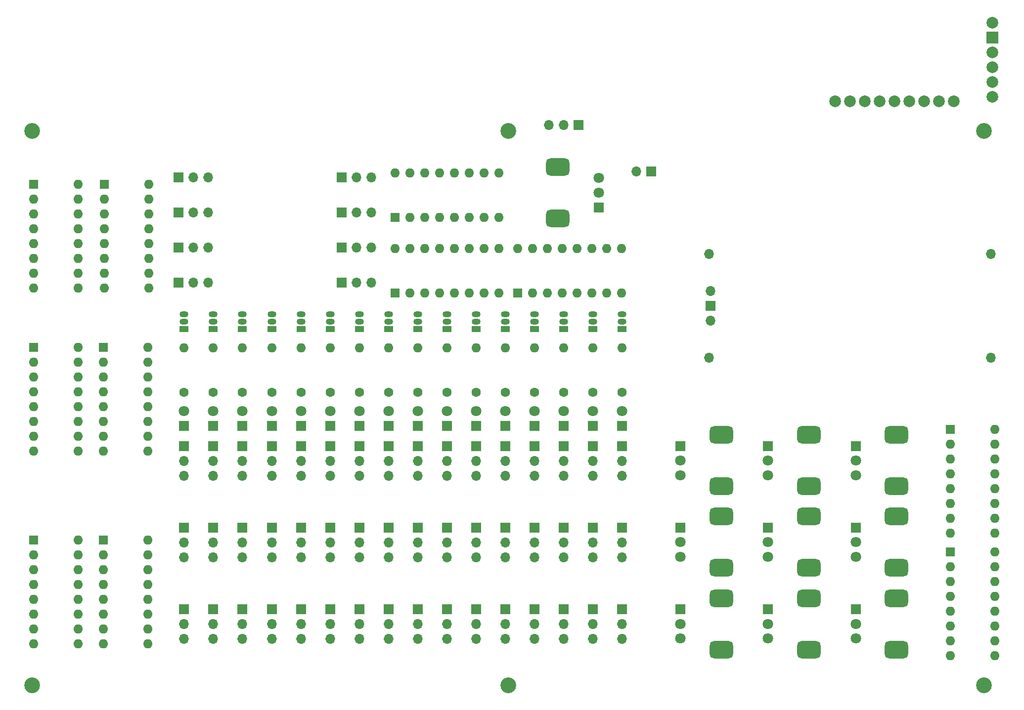
<source format=gts>
G04 #@! TF.GenerationSoftware,KiCad,Pcbnew,8.0.7*
G04 #@! TF.CreationDate,2025-03-19T21:22:19+01:00*
G04 #@! TF.ProjectId,drum_machine,6472756d-5f6d-4616-9368-696e652e6b69,rev?*
G04 #@! TF.SameCoordinates,Original*
G04 #@! TF.FileFunction,Soldermask,Top*
G04 #@! TF.FilePolarity,Negative*
%FSLAX46Y46*%
G04 Gerber Fmt 4.6, Leading zero omitted, Abs format (unit mm)*
G04 Created by KiCad (PCBNEW 8.0.7) date 2025-03-19 21:22:19*
%MOMM*%
%LPD*%
G01*
G04 APERTURE LIST*
G04 Aperture macros list*
%AMRoundRect*
0 Rectangle with rounded corners*
0 $1 Rounding radius*
0 $2 $3 $4 $5 $6 $7 $8 $9 X,Y pos of 4 corners*
0 Add a 4 corners polygon primitive as box body*
4,1,4,$2,$3,$4,$5,$6,$7,$8,$9,$2,$3,0*
0 Add four circle primitives for the rounded corners*
1,1,$1+$1,$2,$3*
1,1,$1+$1,$4,$5*
1,1,$1+$1,$6,$7*
1,1,$1+$1,$8,$9*
0 Add four rect primitives between the rounded corners*
20,1,$1+$1,$2,$3,$4,$5,0*
20,1,$1+$1,$4,$5,$6,$7,0*
20,1,$1+$1,$6,$7,$8,$9,0*
20,1,$1+$1,$8,$9,$2,$3,0*%
G04 Aperture macros list end*
%ADD10C,1.600000*%
%ADD11O,1.600000X1.600000*%
%ADD12R,1.500000X1.050000*%
%ADD13O,1.500000X1.050000*%
%ADD14R,1.800000X1.800000*%
%ADD15C,1.800000*%
%ADD16R,1.700000X1.700000*%
%ADD17O,1.700000X1.700000*%
%ADD18C,2.700000*%
%ADD19RoundRect,0.750000X-1.250000X-0.750000X1.250000X-0.750000X1.250000X0.750000X-1.250000X0.750000X0*%
%ADD20R,1.600000X1.600000*%
%ADD21RoundRect,0.750000X1.250000X0.750000X-1.250000X0.750000X-1.250000X-0.750000X1.250000X-0.750000X0*%
%ADD22C,2.000000*%
%ADD23R,2.000000X2.000000*%
G04 APERTURE END LIST*
D10*
X72000000Y-96810000D03*
D11*
X72000000Y-89190000D03*
D12*
X62000000Y-86000000D03*
D13*
X62000000Y-84730000D03*
X62000000Y-83460000D03*
D14*
X72000000Y-102540000D03*
D15*
X72000000Y-100000000D03*
D16*
X97000000Y-134000000D03*
D17*
X97000000Y-136540000D03*
X97000000Y-139080000D03*
D16*
X67000000Y-106000000D03*
D17*
X67000000Y-108540000D03*
X67000000Y-111080000D03*
D10*
X77000000Y-96810000D03*
D11*
X77000000Y-89190000D03*
D16*
X132000000Y-134000000D03*
D17*
X132000000Y-136540000D03*
X132000000Y-139080000D03*
D16*
X77000000Y-134000000D03*
D17*
X77000000Y-136540000D03*
X77000000Y-139080000D03*
D18*
X117500000Y-52000000D03*
D14*
X117000000Y-102540000D03*
D15*
X117000000Y-100000000D03*
D16*
X127000000Y-106000000D03*
D17*
X127000000Y-108540000D03*
X127000000Y-111080000D03*
D16*
X67000000Y-120000000D03*
D17*
X67000000Y-122540000D03*
X67000000Y-125080000D03*
D14*
X162000000Y-106000000D03*
D15*
X162000000Y-108500000D03*
X162000000Y-111000000D03*
D19*
X169000000Y-104100000D03*
X169000000Y-112900000D03*
D14*
X112000000Y-102540000D03*
D15*
X112000000Y-100000000D03*
D12*
X82000000Y-86000000D03*
D13*
X82000000Y-84730000D03*
X82000000Y-83460000D03*
D16*
X107000000Y-120000000D03*
D17*
X107000000Y-122540000D03*
X107000000Y-125080000D03*
D16*
X61000000Y-60000000D03*
D17*
X63540000Y-60000000D03*
X66080000Y-60000000D03*
D16*
X122000000Y-134000000D03*
D17*
X122000000Y-136540000D03*
X122000000Y-139080000D03*
D12*
X67000000Y-86000000D03*
D13*
X67000000Y-84730000D03*
X67000000Y-83460000D03*
D12*
X127000000Y-86000000D03*
D13*
X127000000Y-84730000D03*
X127000000Y-83460000D03*
D16*
X137000000Y-120000000D03*
D17*
X137000000Y-122540000D03*
X137000000Y-125080000D03*
D14*
X97000000Y-102540000D03*
D15*
X97000000Y-100000000D03*
D20*
X48200000Y-89125000D03*
D11*
X48200000Y-91665000D03*
X48200000Y-94205000D03*
X48200000Y-96745000D03*
X48200000Y-99285000D03*
X48200000Y-101825000D03*
X48200000Y-104365000D03*
X48200000Y-106905000D03*
X55820000Y-106905000D03*
X55820000Y-104365000D03*
X55820000Y-101825000D03*
X55820000Y-99285000D03*
X55820000Y-96745000D03*
X55820000Y-94205000D03*
X55820000Y-91665000D03*
X55820000Y-89125000D03*
D16*
X72000000Y-106000000D03*
D17*
X72000000Y-108540000D03*
X72000000Y-111080000D03*
D10*
X137000000Y-96810000D03*
D11*
X137000000Y-89190000D03*
D16*
X72000000Y-120000000D03*
D17*
X72000000Y-122540000D03*
X72000000Y-125080000D03*
D10*
X62000000Y-96810000D03*
D11*
X62000000Y-89190000D03*
D12*
X92000000Y-86000000D03*
D13*
X92000000Y-84730000D03*
X92000000Y-83460000D03*
D16*
X87000000Y-120000000D03*
D17*
X87000000Y-122540000D03*
X87000000Y-125080000D03*
D12*
X102000000Y-86000000D03*
D13*
X102000000Y-84730000D03*
X102000000Y-83460000D03*
D20*
X193200000Y-124125000D03*
D11*
X193200000Y-126665000D03*
X193200000Y-129205000D03*
X193200000Y-131745000D03*
X193200000Y-134285000D03*
X193200000Y-136825000D03*
X193200000Y-139365000D03*
X193200000Y-141905000D03*
X200820000Y-141905000D03*
X200820000Y-139365000D03*
X200820000Y-136825000D03*
X200820000Y-134285000D03*
X200820000Y-131745000D03*
X200820000Y-129205000D03*
X200820000Y-126665000D03*
X200820000Y-124125000D03*
D16*
X132000000Y-106000000D03*
D17*
X132000000Y-108540000D03*
X132000000Y-111080000D03*
D16*
X89000000Y-78000000D03*
D17*
X91540000Y-78000000D03*
X94080000Y-78000000D03*
D16*
X92000000Y-134000000D03*
D17*
X92000000Y-136540000D03*
X92000000Y-139080000D03*
D20*
X36200000Y-61125000D03*
D11*
X36200000Y-63665000D03*
X36200000Y-66205000D03*
X36200000Y-68745000D03*
X36200000Y-71285000D03*
X36200000Y-73825000D03*
X36200000Y-76365000D03*
X36200000Y-78905000D03*
X43820000Y-78905000D03*
X43820000Y-76365000D03*
X43820000Y-73825000D03*
X43820000Y-71285000D03*
X43820000Y-68745000D03*
X43820000Y-66205000D03*
X43820000Y-63665000D03*
X43820000Y-61125000D03*
D12*
X132000000Y-86000000D03*
D13*
X132000000Y-84730000D03*
X132000000Y-83460000D03*
D16*
X117000000Y-134000000D03*
D17*
X117000000Y-136540000D03*
X117000000Y-139080000D03*
D18*
X199000000Y-52000000D03*
D16*
X67000000Y-134000000D03*
D17*
X67000000Y-136540000D03*
X67000000Y-139080000D03*
D16*
X107000000Y-134000000D03*
D17*
X107000000Y-136540000D03*
X107000000Y-139080000D03*
D10*
X107000000Y-96810000D03*
D11*
X107000000Y-89190000D03*
D16*
X102000000Y-120000000D03*
D17*
X102000000Y-122540000D03*
X102000000Y-125080000D03*
D10*
X132000000Y-96810000D03*
D11*
X132000000Y-89190000D03*
D16*
X107000000Y-106000000D03*
D17*
X107000000Y-108540000D03*
X107000000Y-111080000D03*
D16*
X89000000Y-60000000D03*
D17*
X91540000Y-60000000D03*
X94080000Y-60000000D03*
D16*
X102000000Y-106000000D03*
D17*
X102000000Y-108540000D03*
X102000000Y-111080000D03*
D16*
X87000000Y-134000000D03*
D17*
X87000000Y-136540000D03*
X87000000Y-139080000D03*
D16*
X112000000Y-106000000D03*
D17*
X112000000Y-108540000D03*
X112000000Y-111080000D03*
D12*
X107000000Y-86000000D03*
D13*
X107000000Y-84730000D03*
X107000000Y-83460000D03*
D16*
X61000000Y-66000000D03*
D17*
X63540000Y-66000000D03*
X66080000Y-66000000D03*
D16*
X97000000Y-120000000D03*
D17*
X97000000Y-122540000D03*
X97000000Y-125080000D03*
D16*
X77000000Y-106000000D03*
D17*
X77000000Y-108540000D03*
X77000000Y-111080000D03*
D20*
X119125000Y-79800000D03*
D11*
X121665000Y-79800000D03*
X124205000Y-79800000D03*
X126745000Y-79800000D03*
X129285000Y-79800000D03*
X131825000Y-79800000D03*
X134365000Y-79800000D03*
X136905000Y-79800000D03*
X136905000Y-72180000D03*
X134365000Y-72180000D03*
X131825000Y-72180000D03*
X129285000Y-72180000D03*
X126745000Y-72180000D03*
X124205000Y-72180000D03*
X121665000Y-72180000D03*
X119125000Y-72180000D03*
D14*
X177000000Y-120000000D03*
D15*
X177000000Y-122500000D03*
X177000000Y-125000000D03*
D19*
X184000000Y-118100000D03*
X184000000Y-126900000D03*
D18*
X36000000Y-52000000D03*
D16*
X127000000Y-134000000D03*
D17*
X127000000Y-136540000D03*
X127000000Y-139080000D03*
D14*
X133000000Y-65100000D03*
D15*
X133000000Y-62600000D03*
X133000000Y-60100000D03*
D21*
X126000000Y-67000000D03*
X126000000Y-58200000D03*
D12*
X77000000Y-86000000D03*
D13*
X77000000Y-84730000D03*
X77000000Y-83460000D03*
D16*
X92000000Y-106000000D03*
D17*
X92000000Y-108540000D03*
X92000000Y-111080000D03*
D16*
X137000000Y-106000000D03*
D17*
X137000000Y-108540000D03*
X137000000Y-111080000D03*
D16*
X82000000Y-120000000D03*
D17*
X82000000Y-122540000D03*
X82000000Y-125080000D03*
D16*
X142000000Y-59000000D03*
D17*
X139460000Y-59000000D03*
D16*
X127000000Y-120000000D03*
D17*
X127000000Y-122540000D03*
X127000000Y-125080000D03*
D16*
X117000000Y-106000000D03*
D17*
X117000000Y-108540000D03*
X117000000Y-111080000D03*
D16*
X82000000Y-106000000D03*
D17*
X82000000Y-108540000D03*
X82000000Y-111080000D03*
D12*
X122000000Y-86000000D03*
D13*
X122000000Y-84730000D03*
X122000000Y-83460000D03*
D10*
X112000000Y-96810000D03*
D11*
X112000000Y-89190000D03*
D22*
X200394000Y-46160000D03*
X200394000Y-43620000D03*
X200394000Y-41080000D03*
X200394000Y-38540000D03*
D23*
X200394000Y-36000000D03*
D22*
X200394000Y-33460000D03*
X193790000Y-46922000D03*
X191250000Y-46922000D03*
X188710000Y-46922000D03*
X186170000Y-46922000D03*
X183630000Y-46922000D03*
X181090000Y-46922000D03*
X178550000Y-46922000D03*
X176010000Y-46922000D03*
X173470000Y-46922000D03*
D14*
X67000000Y-102540000D03*
D15*
X67000000Y-100000000D03*
D10*
X82000000Y-96810000D03*
D11*
X82000000Y-89190000D03*
D12*
X117000000Y-86000000D03*
D13*
X117000000Y-84730000D03*
X117000000Y-83460000D03*
D14*
X177000000Y-134000000D03*
D15*
X177000000Y-136500000D03*
X177000000Y-139000000D03*
D19*
X184000000Y-132100000D03*
X184000000Y-140900000D03*
D16*
X112000000Y-120000000D03*
D17*
X112000000Y-122540000D03*
X112000000Y-125080000D03*
D14*
X137000000Y-102540000D03*
D15*
X137000000Y-100000000D03*
D10*
X92000000Y-96810000D03*
D11*
X92000000Y-89190000D03*
D14*
X107000000Y-102540000D03*
D15*
X107000000Y-100000000D03*
D10*
X122000000Y-96810000D03*
D11*
X122000000Y-89190000D03*
D20*
X48300000Y-61125000D03*
D11*
X48300000Y-63665000D03*
X48300000Y-66205000D03*
X48300000Y-68745000D03*
X48300000Y-71285000D03*
X48300000Y-73825000D03*
X48300000Y-76365000D03*
X48300000Y-78905000D03*
X55920000Y-78905000D03*
X55920000Y-76365000D03*
X55920000Y-73825000D03*
X55920000Y-71285000D03*
X55920000Y-68745000D03*
X55920000Y-66205000D03*
X55920000Y-63665000D03*
X55920000Y-61125000D03*
D16*
X62000000Y-106000000D03*
D17*
X62000000Y-108540000D03*
X62000000Y-111080000D03*
D14*
X102000000Y-102540000D03*
D15*
X102000000Y-100000000D03*
D14*
X147000000Y-120000000D03*
D15*
X147000000Y-122500000D03*
X147000000Y-125000000D03*
D19*
X154000000Y-118100000D03*
X154000000Y-126900000D03*
D16*
X122000000Y-106000000D03*
D17*
X122000000Y-108540000D03*
X122000000Y-111080000D03*
D12*
X97000000Y-86000000D03*
D13*
X97000000Y-84730000D03*
X97000000Y-83460000D03*
D14*
X82000000Y-102540000D03*
D15*
X82000000Y-100000000D03*
D16*
X62000000Y-120000000D03*
D17*
X62000000Y-122540000D03*
X62000000Y-125080000D03*
D16*
X137000000Y-134000000D03*
D17*
X137000000Y-136540000D03*
X137000000Y-139080000D03*
D20*
X98125000Y-79800000D03*
D11*
X100665000Y-79800000D03*
X103205000Y-79800000D03*
X105745000Y-79800000D03*
X108285000Y-79800000D03*
X110825000Y-79800000D03*
X113365000Y-79800000D03*
X115905000Y-79800000D03*
X115905000Y-72180000D03*
X113365000Y-72180000D03*
X110825000Y-72180000D03*
X108285000Y-72180000D03*
X105745000Y-72180000D03*
X103205000Y-72180000D03*
X100665000Y-72180000D03*
X98125000Y-72180000D03*
D16*
X117000000Y-120000000D03*
D17*
X117000000Y-122540000D03*
X117000000Y-125080000D03*
D14*
X77000000Y-102540000D03*
D15*
X77000000Y-100000000D03*
D10*
X67000000Y-96810000D03*
D11*
X67000000Y-89190000D03*
D10*
X127000000Y-96810000D03*
D11*
X127000000Y-89190000D03*
D10*
X97000000Y-96810000D03*
D11*
X97000000Y-89190000D03*
D16*
X77000000Y-120000000D03*
D17*
X77000000Y-122540000D03*
X77000000Y-125080000D03*
D14*
X147000000Y-134000000D03*
D15*
X147000000Y-136500000D03*
X147000000Y-139000000D03*
D19*
X154000000Y-132100000D03*
X154000000Y-140900000D03*
D10*
X87000000Y-96810000D03*
D11*
X87000000Y-89190000D03*
D16*
X97000000Y-106000000D03*
D17*
X97000000Y-108540000D03*
X97000000Y-111080000D03*
D14*
X147000000Y-106000000D03*
D15*
X147000000Y-108500000D03*
X147000000Y-111000000D03*
D19*
X154000000Y-104100000D03*
X154000000Y-112900000D03*
D20*
X98125000Y-66800000D03*
D11*
X100665000Y-66800000D03*
X103205000Y-66800000D03*
X105745000Y-66800000D03*
X108285000Y-66800000D03*
X110825000Y-66800000D03*
X113365000Y-66800000D03*
X115905000Y-66800000D03*
X115905000Y-59180000D03*
X113365000Y-59180000D03*
X110825000Y-59180000D03*
X108285000Y-59180000D03*
X105745000Y-59180000D03*
X103205000Y-59180000D03*
X100665000Y-59180000D03*
X98125000Y-59180000D03*
D16*
X102000000Y-134000000D03*
D17*
X102000000Y-136540000D03*
X102000000Y-139080000D03*
D16*
X72000000Y-134000000D03*
D17*
X72000000Y-136540000D03*
X72000000Y-139080000D03*
D16*
X89000000Y-72000000D03*
D17*
X91540000Y-72000000D03*
X94080000Y-72000000D03*
D16*
X62000000Y-134000000D03*
D17*
X62000000Y-136540000D03*
X62000000Y-139080000D03*
D16*
X61000000Y-72000000D03*
D17*
X63540000Y-72000000D03*
X66080000Y-72000000D03*
D18*
X36000000Y-147000000D03*
D16*
X92000000Y-120000000D03*
D17*
X92000000Y-122540000D03*
X92000000Y-125080000D03*
D14*
X132000000Y-102540000D03*
D15*
X132000000Y-100000000D03*
D14*
X92000000Y-102540000D03*
D15*
X92000000Y-100000000D03*
D14*
X162000000Y-120000000D03*
D15*
X162000000Y-122500000D03*
X162000000Y-125000000D03*
D19*
X169000000Y-118100000D03*
X169000000Y-126900000D03*
D16*
X87000000Y-106000000D03*
D17*
X87000000Y-108540000D03*
X87000000Y-111080000D03*
D16*
X112000000Y-134000000D03*
D17*
X112000000Y-136540000D03*
X112000000Y-139080000D03*
D16*
X89000000Y-66000000D03*
D17*
X91540000Y-66000000D03*
X94080000Y-66000000D03*
D14*
X62000000Y-102540000D03*
D15*
X62000000Y-100000000D03*
D12*
X137000000Y-86000000D03*
D13*
X137000000Y-84730000D03*
X137000000Y-83460000D03*
D12*
X72000000Y-86000000D03*
D13*
X72000000Y-84730000D03*
X72000000Y-83460000D03*
D16*
X129500000Y-51000000D03*
D17*
X126960000Y-51000000D03*
X124420000Y-51000000D03*
D14*
X87000000Y-102540000D03*
D15*
X87000000Y-100000000D03*
D16*
X122000000Y-120000000D03*
D17*
X122000000Y-122540000D03*
X122000000Y-125080000D03*
D10*
X117000000Y-96810000D03*
D11*
X117000000Y-89190000D03*
D12*
X112000000Y-86000000D03*
D13*
X112000000Y-84730000D03*
X112000000Y-83460000D03*
D16*
X82000000Y-134000000D03*
D17*
X82000000Y-136540000D03*
X82000000Y-139080000D03*
D16*
X61000000Y-78000000D03*
D17*
X63540000Y-78000000D03*
X66080000Y-78000000D03*
D14*
X127000000Y-102540000D03*
D15*
X127000000Y-100000000D03*
D20*
X193200000Y-103125000D03*
D11*
X193200000Y-105665000D03*
X193200000Y-108205000D03*
X193200000Y-110745000D03*
X193200000Y-113285000D03*
X193200000Y-115825000D03*
X193200000Y-118365000D03*
X193200000Y-120905000D03*
X200820000Y-120905000D03*
X200820000Y-118365000D03*
X200820000Y-115825000D03*
X200820000Y-113285000D03*
X200820000Y-110745000D03*
X200820000Y-108205000D03*
X200820000Y-105665000D03*
X200820000Y-103125000D03*
D20*
X36200000Y-89125000D03*
D11*
X36200000Y-91665000D03*
X36200000Y-94205000D03*
X36200000Y-96745000D03*
X36200000Y-99285000D03*
X36200000Y-101825000D03*
X36200000Y-104365000D03*
X36200000Y-106905000D03*
X43820000Y-106905000D03*
X43820000Y-104365000D03*
X43820000Y-101825000D03*
X43820000Y-99285000D03*
X43820000Y-96745000D03*
X43820000Y-94205000D03*
X43820000Y-91665000D03*
X43820000Y-89125000D03*
D16*
X132000000Y-120000000D03*
D17*
X132000000Y-122540000D03*
X132000000Y-125080000D03*
D10*
X102000000Y-96810000D03*
D11*
X102000000Y-89190000D03*
D20*
X36200000Y-122125000D03*
D11*
X36200000Y-124665000D03*
X36200000Y-127205000D03*
X36200000Y-129745000D03*
X36200000Y-132285000D03*
X36200000Y-134825000D03*
X36200000Y-137365000D03*
X36200000Y-139905000D03*
X43820000Y-139905000D03*
X43820000Y-137365000D03*
X43820000Y-134825000D03*
X43820000Y-132285000D03*
X43820000Y-129745000D03*
X43820000Y-127205000D03*
X43820000Y-124665000D03*
X43820000Y-122125000D03*
D18*
X117500000Y-147000000D03*
X199000000Y-147000000D03*
D14*
X162000000Y-134000000D03*
D15*
X162000000Y-136500000D03*
X162000000Y-139000000D03*
D19*
X169000000Y-132100000D03*
X169000000Y-140900000D03*
D14*
X122000000Y-102540000D03*
D15*
X122000000Y-100000000D03*
D14*
X177000000Y-106000000D03*
D15*
X177000000Y-108500000D03*
X177000000Y-111000000D03*
D19*
X184000000Y-104100000D03*
X184000000Y-112900000D03*
D20*
X48200000Y-122125000D03*
D11*
X48200000Y-124665000D03*
X48200000Y-127205000D03*
X48200000Y-129745000D03*
X48200000Y-132285000D03*
X48200000Y-134825000D03*
X48200000Y-137365000D03*
X48200000Y-139905000D03*
X55820000Y-139905000D03*
X55820000Y-137365000D03*
X55820000Y-134825000D03*
X55820000Y-132285000D03*
X55820000Y-129745000D03*
X55820000Y-127205000D03*
X55820000Y-124665000D03*
X55820000Y-122125000D03*
D12*
X87000000Y-86000000D03*
D13*
X87000000Y-84730000D03*
X87000000Y-83460000D03*
D17*
X200130000Y-90890000D03*
X151870000Y-90890000D03*
X151870000Y-73110000D03*
X200130000Y-73110000D03*
X152100000Y-84540000D03*
D16*
X152100000Y-82000000D03*
D17*
X152100000Y-79460000D03*
M02*

</source>
